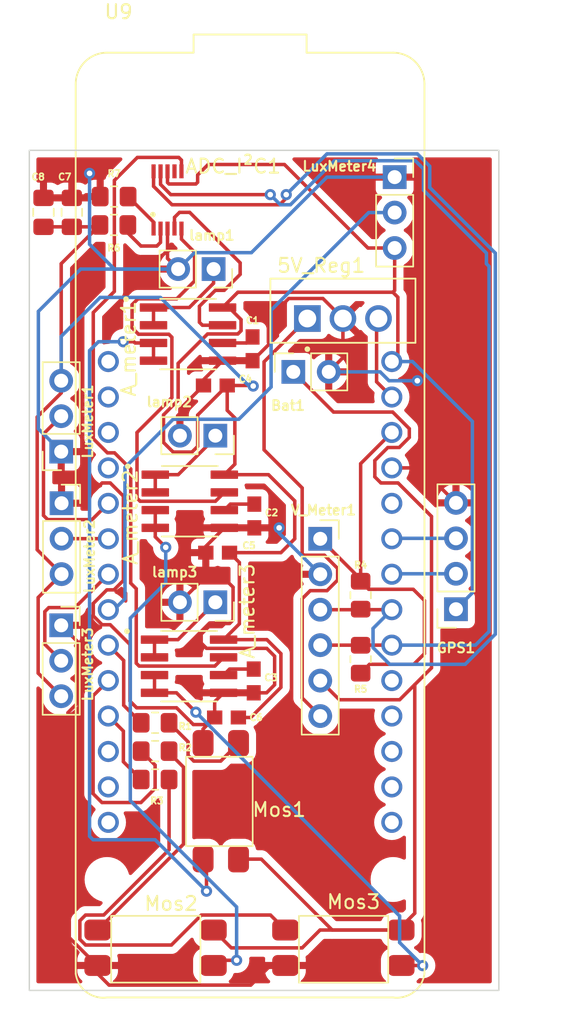
<source format=kicad_pcb>
(kicad_pcb (version 20211014) (generator pcbnew)
  (title_block (title "POAB_Baseplate") (date "2023-05-16") (rev "2.0") (comment 2 "Quinten Moons & Kevin Lahey"))
  (layers (0 "F.Cu" signal) (31 "B.Cu" signal) (34 "B.Paste" user) (35 "F.Paste" user) (36 "B.SilkS" user "B.Silkscreen") (37 "F.SilkS" user "F.Silkscreen") (38 "B.Mask" user) (39 "F.Mask" user) (44 "Edge.Cuts" user))
  (net 0 "")
  (net 1 "GND")
  (net 2 "+5V")
  (net 3 "VCC")
  (net 4 "/Lichtmeting1")
  (net 5 "/Lichtmeting2")
  (net 6 "/Lichtmeting3")
  (net 7 "/Lichtmeting4")
  (net 8 "/stroommeter1_uit")
  (net 9 "/stroommeter2_uit")
  (net 10 "/stroommeter3_uit")
  (net 11 "/SCL")
  (net 12 "/SDA")
  (net 13 "/mosfet1")
  (net 14 "Net-(R1-Pad2)")
  (net 15 "/mosfet2")
  (net 16 "Net-(R2-Pad2)")
  (net 17 "/mosfet3")
  (net 18 "Net-(R3-Pad2)")
  (net 19 "+3.3V")
  (net 20 "/stroommeter1_in")
  (net 21 "/stroommeter2_in")
  (net 22 "/stroommeter3_in")
  (net 23 "/stroom1")
  (net 24 "/stroom2")
  (net 25 "/stroom3")
  (net 35 "/RX")
  (net 36 "/TX")
  (net 38 "/regelaar_in")
  (net 39 "/5V_bord")
  (net 40 "Net-(R6-Pad1)")
  (net 41 "Net-(R7-Pad2)")
  (net 45 "Net-(A_meter1-Pad6)")
  (net 46 "Net-(A_meter2-Pad6)")
  (net 47 "Net-(A_meter3-Pad6)")
  (footprint "Connector_PinSocket_2.54mm:PinSocket_1x02_P2.54mm_Vertical" (layer "F.Cu") (at 88.392 66.675 -90)
    (fp_text reference "lamp1")
    (fp_text value "lamp1")
  )
  (footprint "Resistor_SMD:R_0805_2012Metric_Pad1.20x1.40mm_HandSolder" (layer "F.Cu") (at 81.2474 63.513 180)
    (fp_text reference "R6")
    (fp_text value "R")
  )
  (footprint "Resistor_SMD:R_0805_2012Metric_Pad1.20x1.40mm_HandSolder" (layer "F.Cu") (at 98.933 90.043 90)
    (fp_text reference "R4")
    (fp_text value "R")
  )
  (footprint "Connector_PinSocket_2.54mm:PinSocket_1x03_P2.54mm_Vertical" (layer "F.Cu") (at 77.47 79.756 180)
    (fp_text reference "LuxMeter1")
    (fp_text value "lichtmeter1")
  )
  (footprint "Connector_PinSocket_2.54mm:PinSocket_1x06_P2.54mm_Vertical" (layer "F.Cu") (at 96.037 86.004)
    (fp_text reference "V_Meter1")
    (fp_text value "spannigsmeter")
  )
  (footprint "Capacitor_SMD:C_0805_2012Metric_Pad1.18x1.45mm_HandSolder" (layer "F.Cu") (at 76.2 62.611 90)
    (fp_text reference "C8")
    (fp_text value "C")
  )
  (footprint "Connector_PinSocket_2.54mm:PinSocket_1x03_P2.54mm_Vertical" (layer "F.Cu") (at 101.371 60.086)
    (fp_text reference "LuxMeter4")
    (fp_text value "lichtmeter4")
  )
  (footprint "CC0603KRX7R9BB102:CAPC1608X90" (layer "F.Cu") (at 88.685 86.9956)
    (fp_text reference "C5")
    (fp_text value "CC0603KRX7R9BB102")
  )
  (footprint "CC0603KRX7R9BB102:CAPC1608X90" (layer "F.Cu") (at 89.32 98.806)
    (fp_text reference "C6")
    (fp_text value "CC0603KRX7R9BB102")
  )
  (footprint "PoAB_Foots2:AQY211EHAZ" (layer "F.Cu") (at 91.449 99.386 -90)
    (fp_text reference "Mos1")
    (fp_text value "AQY211EHAZ")
  )
  (footprint "ACS712ELCTR-05B-T:SOIC127P600X175-8N" (layer "F.Cu") (at 86.634 95.133)
    (fp_text reference "A_meter3")
    (fp_text value "ACS712ELCTR-05B-T")
  )
  (footprint "PoAB_Foots2:AQY211EHAZ" (layer "F.Cu") (at 92.274 112.767)
    (fp_text reference "Mos3")
    (fp_text value "AQY211EHAZ")
  )
  (footprint "Resistor_SMD:R_0805_2012Metric_Pad1.20x1.40mm_HandSolder" (layer "F.Cu") (at 98.933 94.631 -90)
    (fp_text reference "R5")
    (fp_text value "R")
  )
  (footprint "Resistor_SMD:R_0805_2012Metric_Pad1.20x1.40mm_HandSolder" (layer "F.Cu") (at 84.201 99.187)
    (fp_text reference "R1")
    (fp_text value "R")
  )
  (footprint "L7805CV:TO255P1040X460X1968-3" (layer "F.Cu") (at 95.113 70.218)
    (fp_text reference "5V_Reg1")
    (fp_text value "L7805CV")
  )
  (footprint "ADS1115:MSOP10" (layer "F.Cu") (at 85.09 61.722)
    (fp_text reference "ADC_I²C1")
    (fp_text value "ADS1115")
  )
  (footprint "Connector_PinSocket_2.54mm:PinSocket_1x02_P2.54mm_Vertical" (layer "F.Cu") (at 88.519 90.551 -90)
    (fp_text reference "lamp3")
    (fp_text value "lamp3")
  )
  (footprint "Connector_PinSocket_2.54mm:PinSocket_1x03_P2.54mm_Vertical" (layer "F.Cu") (at 77.495 83.454)
    (fp_text reference "LuxMeter2")
    (fp_text value "lichtmeter2")
  )
  (footprint "Resistor_SMD:R_0805_2012Metric_Pad1.20x1.40mm_HandSolder" (layer "F.Cu") (at 84.201 103.251)
    (fp_text reference "R3")
    (fp_text value "R")
  )
  (footprint "Resistor_SMD:R_0805_2012Metric_Pad1.20x1.40mm_HandSolder" (layer "F.Cu") (at 81.2634 61.481)
    (fp_text reference "R7")
    (fp_text value "R")
  )
  (footprint "PoAB_Foots2:AQY211EHAZ" (layer "F.Cu") (at 78.812 112.767)
    (fp_text reference "Mos2")
    (fp_text value "AQY211EHAZ")
  )
  (footprint "Connector_PinSocket_2.54mm:PinSocket_1x03_P2.54mm_Vertical" (layer "F.Cu") (at 77.47 92.202)
    (fp_text reference "LuxMeter3")
    (fp_text value "lichtmeter3")
  )
  (footprint "CC0603KRX7R9BB102:CAPC1608X90" (layer "F.Cu") (at 91.186 72.39 -90)
    (fp_text reference "C1")
    (fp_text value "CC0603KRX7R9BB102")
  )
  (footprint "ACS712ELCTR-05B-T:SOIC127P600X175-8N" (layer "F.Cu") (at 86.561 71.335)
    (fp_text reference "A_meter1")
    (fp_text value "ACS712ELCTR-05B-T")
  )
  (footprint "Connector_PinSocket_2.54mm:PinSocket_1x04_P2.54mm_Vertical" (layer "F.Cu") (at 105.766 91.049 180)
    (fp_text reference "GPS1")
    (fp_text value "GPS")
  )
  (footprint "ACS712ELCTR-05B-T:SOIC127P600X175-8N" (layer "F.Cu") (at 86.688 83.3126)
    (fp_text reference "A_meter2")
    (fp_text value "ACS712ELCTR-05B-T")
  )
  (footprint "CC0603KRX7R9BB102:CAPC1608X90" (layer "F.Cu") (at 91.268 96.188 -90)
    (fp_text reference "C3")
    (fp_text value "CC0603KRX7R9BB102")
  )
  (footprint "Connector_PinSocket_2.54mm:PinSocket_1x02_P2.54mm_Vertical" (layer "F.Cu") (at 94.107 74.041 90)
    (fp_text reference "Bat1")
    (fp_text value "battertij")
  )
  (footprint "Connector_PinSocket_2.54mm:PinSocket_1x02_P2.54mm_Vertical" (layer "F.Cu") (at 88.519 78.613 -90)
    (fp_text reference "lamp2")
    (fp_text value "lamp2")
  )
  (footprint "Resistor_SMD:R_0805_2012Metric_Pad1.20x1.40mm_HandSolder" (layer "F.Cu") (at 84.201 101.219)
    (fp_text reference "R2")
    (fp_text value "R")
  )
  (footprint "CC0603KRX7R9BB102:CAPC1608X90" (layer "F.Cu") (at 91.313 84.3676 -90)
    (fp_text reference "C2")
    (fp_text value "CC0603KRX7R9BB102")
  )
  (footprint "Capacitor_SMD:C_0805_2012Metric_Pad1.18x1.45mm_HandSolder" (layer "F.Cu") (at 78.232 62.611 90)
    (fp_text reference "C7")
    (fp_text value "C")
  )
  (footprint "ARDUINO_MKR_WAN_1310:BOARD_ARDUINO_MKR_WAN_1310" (layer "F.Cu") (at 91.0076 85.0176)
    (fp_text reference "U9")
    (fp_text value "ARDUINO_MKR_WAN_1310")
  )
  (footprint "CC0603KRX7R9BB102:CAPC1608X90" (layer "F.Cu") (at 88.519 75.018)
    (fp_text reference "C4")
    (fp_text value "CC0603KRX7R9BB102")
  )
  (gr_rect (start 108.839 58.166) (end 75.184 118.364) (layer "Edge.Cuts") (width 0.1) (fill none))
  (segment (start 91.186 73.24) (end 92.964 71.462) (width 0.25) (layer "F.Cu") (net 1))
  (segment (start 87.731051 100.783) (end 87.131 100.783) (width 0.25) (layer "F.Cu") (net 1))
  (segment (start 80.400663 92.1614) (end 80.9854 92.1614) (width 0.25) (layer "F.Cu") (net 1))
  (segment (start 85.09 65.913) (end 85.852 66.675) (width 0.25) (layer "F.Cu") (net 1))
  (segment (start 87.751 100.163) (end 87.131 100.783) (width 0.25) (layer "F.Cu") (net 1))
  (segment (start 86.941173 99.314) (end 87.962 99.314) (width 0.25) (layer "F.Cu") (net 1))
  (segment (start 91.059 117.983) (end 80.899 117.983) (width 0.25) (layer "F.Cu") (net 1))
  (segment (start 80.9854 92.1614) (end 82.399 93.575) (width 0.25) (layer "F.Cu") (net 1))
  (segment (start 92.200604 93.853) (end 87.884 93.853) (width 0.25) (layer "F.Cu") (net 1))
  (segment (start 87.503 92.837) (end 88.265 92.075) (width 0.25) (layer "F.Cu") (net 1))
  (segment (start 87.669 75.018) (end 87.669 74.607) (width 0.25) (layer "F.Cu") (net 1))
  (segment (start 101.1676 80.9224) (end 103.2594 80.9224) (width 0.25) (layer "F.Cu") (net 1))
  (segment (start 93.544 116.577) (end 92.465 116.577) (width 0.25) (layer "F.Cu") (net 1))
  (segment (start 85.09 63.772) (end 85.09 65.913) (width 0.25) (layer "F.Cu") (net 1))
  (segment (start 85.740173 98.113) (end 86.941173 99.314) (width 0.25) (layer "F.Cu") (net 1))
  (segment (start 97.663 73.025) (end 97.663 70.218) (width 0.25) (layer "F.Cu") (net 1))
  (segment (start 87.835 86.9956) (end 87.835 86.5456) (width 0.25) (layer "F.Cu") (net 1))
  (segment (start 82.399 97.634412) (end 82.877588 98.113) (width 0.25) (layer "F.Cu") (net 1))
  (segment (start 85.979 76.708) (end 85.979 78.613) (width 0.25) (layer "F.Cu") (net 1))
  (segment (start 87.639 99.637) (end 87.962 99.314) (width 0.25) (layer "F.Cu") (net 1))
  (segment (start 88.47 98.806) (end 88.47 97.677) (width 0.25) (layer "F.Cu") (net 1))
  (segment (start 88.265 92.075) (end 89.535 92.075) (width 0.25) (layer "F.Cu") (net 1))
  (segment (start 80.400663 82.0014) (end 80.9854 82.0014) (width 0.25) (layer "F.Cu") (net 1))
  (segment (start 80.400663 82.0014) (end 78.948063 83.454) (width 0.25) (layer "F.Cu") (net 1))
  (segment (start 80.045655 116.577) (end 77.956701 114.488046) (width 0.25) (layer "F.Cu") (net 1))
  (segment (start 78.645 93.377) (end 77.47 92.202) (width 0.25) (layer "F.Cu") (net 1))
  (segment (start 82.877588 98.113) (end 85.740173 98.113) (width 0.25) (layer "F.Cu") (net 1))
  (segment (start 92.768 94.420396) (end 92.200604 93.853) (width 0.25) (layer "F.Cu") (net 1))
  (segment (start 89.789 89.471) (end 89.472 89.154) (width 0.25) (layer "F.Cu") (net 1))
  (segment (start 78.948063 83.454) (end 77.495 83.454) (width 0.25) (layer "F.Cu") (net 1))
  (segment (start 78.645 97.768701) (end 78.645 93.377) (width 0.25) (layer "F.Cu") (net 1))
  (segment (start 80.082 116.577) (end 80.045655 116.577) (width 0.25) (layer "F.Cu") (net 1))
  (segment (start 88.47 97.677) (end 89.109 97.038) (width 0.25) (layer "F.Cu") (net 1))
  (segment (start 87.962 99.314) (end 88.47 98.806) (width 0.25) (layer "F.Cu") (net 1))
  (segment (start 87.835 86.5456) (end 89.163 85.2176) (width 0.25) (layer "F.Cu") (net 1))
  (segment (start 103.2594 80.9224) (end 105.766 83.429) (width 0.25) (layer "F.Cu") (net 1))
  (segment (start 92.964 69.596) (end 93.775281 68.784719) (width 0.25) (layer "F.Cu") (net 1))
  (segment (start 92.768 96.460604) (end 92.768 94.420396) (width 0.25) (layer "F.Cu") (net 1))
  (segment (start 92.190604 97.038) (end 92.768 96.460604) (width 0.25) (layer "F.Cu") (net 1))
  (segment (start 91.268 97.038) (end 92.190604 97.038) (width 0.25) (layer "F.Cu") (net 1))
  (segment (start 81.253937 89.662) (end 80.742063 89.662) (width 0.25) (layer "F.Cu") (net 1))
  (segment (start 89.789 91.821) (end 89.789 89.471) (width 0.25) (layer "F.Cu") (net 1))
  (segment (start 79.7686 91.529337) (end 80.400663 92.1614) (width 0.25) (layer "F.Cu") (net 1))
  (segment (start 87.884 93.853) (end 87.503 93.472) (width 0.25) (layer "F.Cu") (net 1))
  (segment (start 82.399 93.575) (end 82.399 97.634412) (width 0.25) (layer "F.Cu") (net 1))
  (segment (start 87.639 100.656) (end 87.639 99.637) (width 0.25) (layer "F.Cu") (net 1))
  (segment (start 77.956701 98.457) (end 78.645 97.768701) (width 0.25) (layer "F.Cu") (net 1))
  (segment (start 87.376 89.154) (end 85.979 90.551) (width 0.25) (layer "F.Cu") (net 1))
  (segment (start 79.095937 92.202) (end 79.7686 91.529337) (width 0.25) (layer "F.Cu") (net 1))
  (segment (start 80.742063 89.662) (end 79.7686 90.635463) (width 0.25) (layer "F.Cu") (net 1))
  (segment (start 81.9266 88.989337) (end 81.253937 89.662) (width 0.25) (layer "F.Cu") (net 1))
  (segment (start 91.186 73.24) (end 91.186 73.29) (width 0.25) (layer "F.Cu") (net 1))
  (segment (start 92.964 71.462) (end 92.964 69.596) (width 0.25) (layer "F.Cu") (net 1))
  (segment (start 89.472 89.154) (end 87.376 89.154) (width 0.25) (layer "F.Cu") (net 1))
  (segment (start 81.9266 82.9426) (end 81.9266 88.989337) (width 0.25) (layer "F.Cu") (net 1))
  (segment (start 93.775281 68.784719) (end 96.229719 68.784719) (width 0.25) (layer "F.Cu") (net 1))
  (segment (start 92.465 116.577) (end 91.059 117.983) (width 0.25) (layer "F.Cu") (net 1))
  (segment (start 91.268 97.038) (end 89.109 97.038) (width 0.25) (layer "F.Cu") (net 1))
  (segment (start 96.229719 68.784719) (end 97.663 70.218) (width 0.25) (layer "F.Cu") (net 1))
  (segment (start 80.082 117.166) (end 80.082 116.577) (width 0.25) (layer "F.Cu") (net 1))
  (segment (start 77.956701 114.488046) (end 77.956701 98.457) (width 0.25) (layer "F.Cu") (net 1))
  (segment (start 80.899 117.983) (end 80.082 117.166) (width 0.25) (layer "F.Cu") (net 1))
  (segment (start 79.7686 90.635463) (end 79.7686 91.529337) (width 0.25) (layer "F.Cu") (net 1))
  (segment (start 87.669 75.018) (end 85.979 76.708) (width 0.25) (layer "F.Cu") (net 1))
  (segment (start 87.669 74.607) (end 89.036 73.24) (width 0.25) (layer "F.Cu") (net 1))
  (segment (start 77.47 92.202) (end 79.095937 92.202) (width 0.25) (layer "F.Cu") (net 1))
  (segment (start 96.647 74.041) (end 97.663 73.025) (width 0.25) (layer "F.Cu") (net 1))
  (segment (start 89.535 92.075) (end 89.789 91.821) (width 0.25) (layer "F.Cu") (net 1))
  (segment (start 87.503 93.472) (end 87.503 92.837) (width 0.25) (layer "F.Cu") (net 1))
  (segment (start 80.9854 82.0014) (end 81.9266 82.9426) (width 0.25) (layer "F.Cu") (net 1))
  (via (at 79.502 59.817) (size 0.8) (drill 0.4) (layers "F.Cu" "B.Cu") (net 1))
  (via (at 93.091 85.217) (size 0.8) (drill 0.4) (layers "F.Cu" "B.Cu") (net 1))
  (via (at 102.997 74.676) (size 0.8) (drill 0.4) (layers "F.Cu" "B.Cu") (net 1))
  (segment (start 75.833557 69.708443) (end 78.867 66.675) (width 0.25) (layer "B.Cu") (net 1))
  (segment (start 101.371 60.086) (end 96.515701 60.086) (width 0.25) (layer "B.Cu") (net 1))
  (segment (start 93.091 85.598) (end 96.037 88.544) (width 0.25) (layer "B.Cu") (net 1))
  (segment (start 100.965 74.676) (end 100.33 74.041) (width 0.25) (layer "B.Cu") (net 1))
  (segment (start 91.101701 65.5) (end 87.027 65.5) (width 0.25) (layer "B.Cu") (net 1))
  (segment (start 75.833557 78.119557) (end 75.833557 69.708443) (width 0.25) (layer "B.Cu") (net 1))
  (segment (start 102.997 74.676) (end 100.965 74.676) (width 0.25) (layer "B.Cu") (net 1))
  (segment (start 77.47 79.756) (end 75.833557 78.119557) (width 0.25) (layer "B.Cu") (net 1))
  (segment (start 96.515701 60.086) (end 91.101701 65.5) (width 0.25) (layer "B.Cu") (net 1))
  (segment (start 79.502 59.817) (end 79.502 64.897) (width 0.25) (layer "B.Cu") (net 1))
  (segment (start 87.027 65.5) (end 85.852 66.675) (width 0.25) (layer "B.Cu") (net 1))
  (segment (start 81.28 66.675) (end 85.852 66.675) (width 0.25) (layer "B.Cu") (net 1))
  (segment (start 100.33 74.041) (end 96.647 74.041) (width 0.25) (layer "B.Cu") (net 1))
  (segment (start 79.502 64.897) (end 81.28 66.675) (width 0.25) (layer "B.Cu") (net 1))
  (segment (start 93.091 85.217) (end 93.091 85.598) (width 0.25) (layer "B.Cu") (net 1))
  (segment (start 78.867 66.675) (end 85.852 66.675) (width 0.25) (layer "B.Cu") (net 1))
  (segment (start 100.076 70.355) (end 100.213 70.218) (width 0.25) (layer "F.Cu") (net 2))
  (segment (start 101.1676 75.8424) (end 100.076 74.7508) (width 0.25) (layer "F.Cu") (net 2))
  (segment (start 100.076 74.7508) (end 100.076 70.355) (width 0.25) (layer "F.Cu") (net 2))
  (segment (start 102.42 78.74) (end 102.42 78.108863) (width 0.25) (layer "F.Cu") (net 3))
  (segment (start 101.844 114.037) (end 96.892 114.037) (width 0.25) (layer "F.Cu") (net 3))
  (segment (start 104.013 84.399863) (end 101.614537 82.0014) (width 0.25) (layer "F.Cu") (net 3))
  (segment (start 101.232537 76.9214) (end 96.9874 76.9214) (width 0.25) (layer "F.Cu") (net 3))
  (segment (start 96.9874 76.9214) (end 94.107 74.041) (width 0.25) (layer "F.Cu") (net 3))
  (segment (start 99.949 80.391) (end 100.8786 79.4614) (width 0.25) (layer "F.Cu") (net 3))
  (segment (start 104.013 95.25) (end 104.013 84.399863) (width 0.25) (layer "F.Cu") (net 3))
  (segment (start 89.661 115.316) (end 88.382 114.037) (width 0.25) (layer "F.Cu") (net 3))
  (segment (start 101.6986 79.4614) (end 102.42 78.74) (width 0.25) (layer "F.Cu") (net 3))
  (segment (start 96.037 96.164) (end 97.409 97.536) (width 0.25) (layer "F.Cu") (net 3))
  (segment (start 102.812 112.834) (end 101.844 113.802) (width 0.25) (layer "F.Cu") (net 3))
  (segment (start 97.409 97.536) (end 101.727 97.536) (width 0.25) (layer "F.Cu") (net 3))
  (segment (start 94.742 115.316) (end 89.661 115.316) (width 0.25) (layer "F.Cu") (net 3))
  (segment (start 102.812 96.451) (end 104.013 95.25) (width 0.25) (layer "F.Cu") (net 3))
  (segment (start 102.42 78.108863) (end 101.232537 76.9214) (width 0.25) (layer "F.Cu") (net 3))
  (segment (start 101.614537 82.0014) (end 100.386999 82.0014) (width 0.25) (layer "F.Cu") (net 3))
  (segment (start 101.844 114.037) (end 96.021 114.037) (width 0.25) (layer "F.Cu") (net 3))
  (segment (start 91.811 108.956) (end 90.179 108.956) (width 0.25) (layer "F.Cu") (net 3))
  (segment (start 96.021 114.037) (end 94.742 115.316) (width 0.25) (layer "F.Cu") (net 3))
  (segment (start 101.727 97.536) (end 102.812 96.451) (width 0.25) (layer "F.Cu") (net 3))
  (segment (start 96.892 114.037) (end 91.811 108.956) (width 0.25) (layer "F.Cu") (net 3))
  (segment (start 100.386999 82.0014) (end 99.949 81.563401) (width 0.25) (layer "F.Cu") (net 3))
  (segment (start 99.949 81.563401) (end 99.949 80.391) (width 0.25) (layer "F.Cu") (net 3))
  (segment (start 100.8786 79.4614) (end 101.6986 79.4614) (width 0.25) (layer "F.Cu") (net 3))
  (segment (start 101.844 113.802) (end 101.844 114.037) (width 0.25) (layer "F.Cu") (net 3))
  (segment (start 102.812 96.451) (end 102.812 112.834) (width 0.25) (layer "F.Cu") (net 3))
  (segment (start 80.8476 83.4624) (end 79.681 84.629) (width 0.25) (layer "F.Cu") (net 4))
  (segment (start 79.681 84.629) (end 76.501 84.629) (width 0.25) (layer "F.Cu") (net 4))
  (segment (start 76.2 84.328) (end 76.2 78.486) (width 0.25) (layer "F.Cu") (net 4))
  (segment (start 76.2 78.486) (end 77.47 77.216) (width 0.25) (layer "F.Cu") (net 4))
  (segment (start 76.501 84.629) (end 76.2 84.328) (width 0.25) (layer "F.Cu") (net 4))
  (segment (start 77.495 85.994) (end 80.8392 85.994) (width 0.25) (layer "F.Cu") (net 5))
  (segment (start 80.8392 85.994) (end 80.8476 86.0024) (width 0.25) (layer "F.Cu") (net 5))
  (segment (start 76.295 91.218) (end 76.581 90.932) (width 0.25) (layer "F.Cu") (net 6))
  (segment (start 76.581 90.932) (end 78.613 90.932) (width 0.25) (layer "F.Cu") (net 6))
  (segment (start 78.613 90.777) (end 80.8476 88.5424) (width 0.25) (layer "F.Cu") (net 6))
  (segment (start 76.295 93.567) (end 76.295 91.218) (width 0.25) (layer "F.Cu") (net 6))
  (segment (start 77.47 94.742) (end 76.295 93.567) (width 0.25) (layer "F.Cu") (net 6))
  (segment (start 78.613 90.932) (end 78.613 90.777) (width 0.25) (layer "F.Cu") (net 6))
  (segment (start 80.8476 91.0824) (end 81.0026 91.0824) (width 0.25) (layer "F.Cu") (net 7))
  (segment (start 81.2566 91.0824) (end 82.042 90.297) (width 0.25) (layer "B.Cu") (net 7))
  (segment (start 90.202 77.438) (end 92.514 75.126) (width 0.25) (layer "B.Cu") (net 7))
  (segment (start 92.514 75.126) (end 92.514 69.620604) (width 0.25) (layer "B.Cu") (net 7))
  (segment (start 80.8476 91.0824) (end 81.2566 91.0824) (width 0.25) (layer "B.Cu") (net 7))
  (segment (start 82.042 80.888299) (end 85.492299 77.438) (width 0.25) (layer "B.Cu") (net 7))
  (segment (start 92.514 69.620604) (end 99.508604 62.626) (width 0.25) (layer "B.Cu") (net 7))
  (segment (start 99.508604 62.626) (end 101.371 62.626) (width 0.25) (layer "B.Cu") (net 7))
  (segment (start 85.492299 77.438) (end 90.202 77.438) (width 0.25) (layer "B.Cu") (net 7))
  (segment (start 82.042 90.297) (end 82.042 80.888299) (width 0.25) (layer "B.Cu") (net 7))
  (segment (start 88.392 67.691) (end 88.392 66.675) (width 0.25) (layer "F.Cu") (net 8))
  (segment (start 86.653 69.43) (end 86.926 69.157) (width 0.25) (layer "F.Cu") (net 8))
  (segment (start 88.334 67.749) (end 88.392 67.691) (width 0.25) (layer "F.Cu") (net 8))
  (segment (start 86.926 69.157) (end 86.926 69.155604) (width 0.25) (layer "F.Cu") (net 8))
  (segment (start 84.086 70.7) (end 84.086 69.43) (width 0.25) (layer "F.Cu") (net 8))
  (segment (start 86.926 69.155604) (end 88.332604 67.749) (width 0.25) (layer "F.Cu") (net 8))
  (segment (start 88.332604 67.749) (end 88.334 67.749) (width 0.25) (layer "F.Cu") (net 8))
  (segment (start 84.086 69.43) (end 86.653 69.43) (width 0.25) (layer "F.Cu") (net 8))
  (segment (start 88.519 78.747397) (end 88.519 78.613) (width 0.25) (layer "F.Cu") (net 9))
  (segment (start 84.213 81.4076) (end 84.213 82.6776) (width 0.25) (layer "F.Cu") (net 9))
  (segment (start 85.858797 81.4076) (end 88.519 78.747397) (width 0.25) (layer "F.Cu") (net 9))
  (segment (start 84.213 81.4076) (end 85.858797 81.4076) (width 0.25) (layer "F.Cu") (net 9))
  (segment (start 84.159 93.228) (end 85.842 93.228) (width 0.25) (layer "F.Cu") (net 10))
  (segment (start 85.842 93.228) (end 88.519 90.551) (width 0.25) (layer "F.Cu") (net 10))
  (segment (start 84.159 93.228) (end 84.159 94.498) (width 0.25) (layer "F.Cu") (net 10))
  (segment (start 93.599 61.595) (end 93.599 61.341) (width 0.25) (layer "F.Cu") (net 11))
  (segment (start 96.037 91.084) (end 98.892 91.084) (width 0.25) (layer "F.Cu") (net 11))
  (segment (start 93.128 62.066) (end 93.599 61.595) (width 0.25) (layer "F.Cu") (net 11))
  (segment (start 84.09 59.672) (end 84.09 60.744792) (width 0.25) (layer "F.Cu") (net 11))
  (segment (start 98.9724 91.0824) (end 98.933 91.043) (width 0.25) (layer "F.Cu") (net 11))
  (segment (start 101.1676 91.0824) (end 98.9724 91.0824) (width 0.25) (layer "F.Cu") (net 11))
  (segment (start 84.09 60.744792) (end 85.411208 62.066) (width 0.25) (layer "F.Cu") (net 11))
  (segment (start 85.411208 62.066) (end 93.128 62.066) (width 0.25) (layer "F.Cu") (net 11))
  (segment (start 98.892 91.084) (end 98.933 91.043) (width 0.25) (layer "F.Cu") (net 11))
  (via (at 93.599 61.341) (size 0.8) (drill 0.4) (layers "F.Cu" "B.Cu") (net 11))
  (segment (start 103.886 59.309) (end 103.886 60.833) (width 0.25) (layer "B.Cu") (net 11))
  (segment (start 99.822 92.428) (end 101.1676 91.0824) (width 0.25) (layer "B.Cu") (net 11))
  (segment (start 96.52 58.42) (end 102.997 58.42) (width 0.25) (layer "B.Cu") (net 11))
  (segment (start 103.886 60.833) (end 108.585 65.532) (width 0.25) (layer "B.Cu") (net 11))
  (segment (start 99.822 93.802737) (end 99.822 92.428) (width 0.25) (layer "B.Cu") (net 11))
  (segment (start 106.426 94.996) (end 101.015263 94.996) (width 0.25) (layer "B.Cu") (net 11))
  (segment (start 102.997 58.42) (end 103.886 59.309) (width 0.25) (layer "B.Cu") (net 11))
  (segment (start 108.585 65.532) (end 108.585 92.837) (width 0.25) (layer "B.Cu") (net 11))
  (segment (start 108.585 92.837) (end 106.426 94.996) (width 0.25) (layer "B.Cu") (net 11))
  (segment (start 93.599 61.341) (end 96.52 58.42) (width 0.25) (layer "B.Cu") (net 11))
  (segment (start 101.015263 94.996) (end 99.822 93.802737) (width 0.25) (layer "B.Cu") (net 11))
  (segment (start 84.59 59.672) (end 84.59 60.608396) (width 0.25) (layer "F.Cu") (net 12))
  (segment (start 85.322604 61.341) (end 92.456 61.341) (width 0.25) (layer "F.Cu") (net 12))
  (segment (start 98.933 93.631) (end 98.926 93.624) (width 0.25) (layer "F.Cu") (net 12))
  (segment (start 101.1676 93.6224) (end 98.9416 93.6224) (width 0.25) (layer "F.Cu") (net 12))
  (segment (start 84.59 60.608396) (end 85.322604 61.341) (width 0.25) (layer "F.Cu") (net 12))
  (segment (start 98.9416 93.6224) (end 98.933 93.631) (width 0.25) (layer "F.Cu") (net 12))
  (segment (start 98.926 93.624) (end 96.037 93.624) (width 0.25) (layer "F.Cu") (net 12))
  (via (at 92.456 61.341) (size 0.8) (drill 0.4) (layers "F.Cu" "B.Cu") (net 12))
  (segment (start 93.899305 62.066) (end 97.054305 58.911) (width 0.25) (layer "B.Cu") (net 12))
  (segment (start 93.181 62.066) (end 93.899305 62.066) (width 0.25) (layer "B.Cu") (net 12))
  (segment (start 102.851604 58.911) (end 103.436 59.495396) (width 0.25) (layer "B.Cu") (net 12))
  (segment (start 97.054305 58.911) (end 102.851604 58.911) (width 0.25) (layer "B.Cu") (net 12))
  (segment (start 108.135 66.479) (end 108.135 92.650604) (width 0.25) (layer "B.Cu") (net 12))
  (segment (start 107.163204 93.6224) (end 101.1676 93.6224) (width 0.25) (layer "B.Cu") (net 12))
  (segment (start 107.95 65.533396) (end 107.95 66.294) (width 0.25) (layer "B.Cu") (net 12))
  (segment (start 108.135 92.650604) (end 107.163204 93.6224) (width 0.25) (layer "B.Cu") (net 12))
  (segment (start 107.95 66.294) (end 108.135 66.479) (width 0.25) (layer "B.Cu") (net 12))
  (segment (start 107.95 66.04) (end 107.95 66.294) (width 0.25) (layer "B.Cu") (net 12))
  (segment (start 92.456 61.341) (end 93.181 62.066) (width 0.25) (layer "B.Cu") (net 12))
  (segment (start 103.436 61.019396) (end 107.95 65.533396) (width 0.25) (layer "B.Cu") (net 12))
  (segment (start 103.436 59.495396) (end 103.436 61.019396) (width 0.25) (layer "B.Cu") (net 12))
  (segment (start 81.949 97.935) (end 81.949 94.7238) (width 0.25) (layer "F.Cu") (net 13))
  (segment (start 83.201 99.187) (end 81.949 97.935) (width 0.25) (layer "F.Cu") (net 13))
  (segment (start 81.949 94.7238) (end 80.8476 93.6224) (width 0.25) (layer "F.Cu") (net 13))
  (segment (start 90.179 100.656) (end 88.904 101.931) (width 0.25) (layer "F.Cu") (net 14))
  (segment (start 86.974051 101.931) (end 86.564 101.520949) (width 0.25) (layer "F.Cu") (net 14))
  (segment (start 86.564 100.55) (end 85.201 99.187) (width 0.25) (layer "F.Cu") (net 14))
  (segment (start 88.904 101.931) (end 86.974051 101.931) (width 0.25) (layer "F.Cu") (net 14))
  (segment (start 86.564 101.520949) (end 86.564 100.55) (width 0.25) (layer "F.Cu") (net 14))
  (segment (start 84.201 103.886) (end 83.185 104.902) (width 0.25) (layer "F.Cu") (net 15))
  (segment (start 84.201 102.219) (end 84.201 103.886) (width 0.25) (layer "F.Cu") (net 15))
  (segment (start 83.185 104.902) (end 80.391 104.902) (width 0.25) (layer "F.Cu") (net 15))
  (segment (start 83.201 101.219) (end 84.201 102.219) (width 0.25) (layer "F.Cu") (net 15))
  (segment (start 80.391 104.902) (end 79.756 104.267) (width 0.25) (layer "F.Cu") (net 15))
  (segment (start 79.756 104.267) (end 79.756 97.254) (width 0.25) (layer "F.Cu") (net 15))
  (segment (start 79.756 97.254) (end 80.8476 96.1624) (width 0.25) (layer "F.Cu") (net 15))
  (segment (start 85.201 101.33) (end 86.233 102.362) (width 0.25) (layer "F.Cu") (net 16))
  (segment (start 86.233 107.886) (end 80.082 114.037) (width 0.25) (layer "F.Cu") (net 16))
  (segment (start 85.201 101.219) (end 85.201 101.33) (width 0.25) (layer "F.Cu") (net 16))
  (segment (start 86.233 102.362) (end 86.233 107.886) (width 0.25) (layer "F.Cu") (net 16))
  (segment (start 81.9266 101.9766) (end 81.9266 99.7814) (width 0.25) (layer "F.Cu") (net 17))
  (segment (start 81.9266 99.7814) (end 80.8476 98.7024) (width 0.25) (layer "F.Cu") (net 17))
  (segment (start 83.201 103.251) (end 81.9266 101.9766) (width 0.25) (layer "F.Cu") (net 17))
  (segment (start 79.217051 112.962) (end 78.807 113.372051) (width 0.25) (layer "F.Cu") (net 18))
  (segment (start 85.201 103.251) (end 85.201 108.281604) (width 0.25) (layer "F.Cu") (net 18))
  (segment (start 79.217051 115.112) (end 85.367051 115.112) (width 0.25) (layer "F.Cu") (net 18))
  (segment (start 78.807 113.372051) (end 78.807 114.701949) (width 0.25) (layer "F.Cu") (net 18))
  (segment (start 92.469 112.962) (end 93.544 114.037) (width 0.25) (layer "F.Cu") (net 18))
  (segment (start 87.517051 112.962) (end 92.469 112.962) (width 0.25) (layer "F.Cu") (net 18))
  (segment (start 85.201 108.281604) (end 80.520604 112.962) (width 0.25) (layer "F.Cu") (net 18))
  (segment (start 78.807 114.701949) (end 79.217051 115.112) (width 0.25) (layer "F.Cu") (net 18))
  (segment (start 85.367051 115.112) (end 87.517051 112.962) (width 0.25) (layer "F.Cu") (net 18))
  (segment (start 80.520604 112.962) (end 79.217051 112.962) (width 0.25) (layer "F.Cu") (net 18))
  (segment (start 102.7024 89.6214) (end 99.5114 89.6214) (width 0.25) (layer "F.Cu") (net 19))
  (segment (start 102.743 94.996) (end 103.505 94.234) (width 0.25) (layer "F.Cu") (net 19))
  (segment (start 98.933 88.9) (end 98.933 89.043) (width 0.25) (layer "F.Cu") (net 19))
  (segment (start 98.933 80.617) (end 101.1676 78.3824) (width 0.25) (layer "F.Cu") (net 19))
  (segment (start 99.5114 89.6214) (end 98.933 89.043) (width 0.25) (layer "F.Cu") (net 19))
  (segment (start 103.505 94.234) (end 103.505 90.424) (width 0.25) (layer "F.Cu") (net 19))
  (segment (start 99.568 94.996) (end 102.743 94.996) (width 0.25) (layer "F.Cu") (net 19))
  (segment (start 98.933 89.043) (end 98.933 80.617) (width 0.25) (layer "F.Cu") (net 19))
  (segment (start 103.505 90.424) (end 102.7024 89.6214) (width 0.25) (layer "F.Cu") (net 19))
  (segment (start 96.037 86.004) (end 98.933 88.9) (width 0.25) (layer "F.Cu") (net 19))
  (segment (start 98.933 95.631) (end 99.568 94.996) (width 0.25) (layer "F.Cu") (net 19))
  (segment (start 84.086 71.97) (end 84.086 73.24) (width 0.25) (layer "F.Cu") (net 20))
  (segment (start 82.765 71.97) (end 84.086 71.97) (width 0.25) (layer "F.Cu") (net 20))
  (segment (start 87.884 111.252) (end 87.884 109.201) (width 0.25) (layer "F.Cu") (net 20))
  (segment (start 82.677 71.882) (end 82.765 71.97) (width 0.25) (layer "F.Cu") (net 20))
  (segment (start 81.915 71.882) (end 82.677 71.882) (width 0.25) (layer "F.Cu") (net 20))
  (segment (start 87.884 109.201) (end 87.639 108.956) (width 0.25) (layer "F.Cu") (net 20))
  (via (at 81.915 71.882) (size 0.8) (drill 0.4) (layers "F.Cu" "B.Cu") (net 20))
  (via (at 87.884 111.252) (size 0.8) (drill 0.4) (layers "F.Cu" "B.Cu") (net 20))
  (segment (start 81.915 71.882) (end 80.137 71.882) (width 0.25) (layer "B.Cu") (net 20))
  (segment (start 84.201 107.569) (end 87.884 111.252) (width 0.25) (layer "B.Cu") (net 20))
  (segment (start 79.756 107.569) (end 84.201 107.569) (width 0.25) (layer "B.Cu") (net 20))
  (segment (start 79.502 107.315) (end 79.756 107.569) (width 0.25) (layer "B.Cu") (net 20))
  (segment (start 80.137 71.882) (end 79.502 72.517) (width 0.25) (layer "B.Cu") (net 20))
  (segment (start 79.502 72.517) (end 79.502 107.315) (width 0.25) (layer "B.Cu") (net 20))
  (segment (start 84.213 85.864) (end 84.963 86.614) (width 0.25) (layer "F.Cu") (net 21))
  (segment (start 90.043 116.205) (end 88.754 116.205) (width 0.25) (layer "F.Cu") (net 21))
  (segment (start 84.213 85.2176) (end 84.213 85.864) (width 0.25) (layer "F.Cu") (net 21))
  (segment (start 88.754 116.205) (end 88.382 116.577) (width 0.25) (layer "F.Cu") (net 21))
  (segment (start 84.213 83.9476) (end 84.213 85.2176) (width 0.25) (layer "F.Cu") (net 21))
  (via (at 84.963 86.614) (size 0.8) (drill 0.4) (layers "F.Cu" "B.Cu") (net 21))
  (via (at 90.043 116.205) (size 0.8) (drill 0.4) (layers "F.Cu" "B.Cu") (net 21))
  (segment (start 82.423 104.765695) (end 82.423 91.694) (width 0.25) (layer "B.Cu") (net 21))
  (segment (start 90.043 112.385695) (end 82.423 104.765695) (width 0.25) (layer "B.Cu") (net 21))
  (segment (start 84.963 89.154) (end 84.963 86.614) (width 0.25) (layer "B.Cu") (net 21))
  (segment (start 82.423 91.694) (end 84.963 89.154) (width 0.25) (layer "B.Cu") (net 21))
  (segment (start 90.043 116.205) (end 90.043 112.385695) (width 0.25) (layer "B.Cu") (net 21))
  (segment (start 103.378 116.586) (end 103.369 116.577) (width 0.25) (layer "F.Cu") (net 22))
  (segment (start 85.735 97.038) (end 84.159 97.038) (width 0.25) (layer "F.Cu") (net 22))
  (segment (start 103.369 116.577) (end 101.844 116.577) (width 0.25) (layer "F.Cu") (net 22))
  (segment (start 84.159 95.768) (end 84.159 97.038) (width 0.25) (layer "F.Cu") (net 22))
  (segment (start 87.122 98.425) (end 85.735 97.038) (width 0.25) (layer "F.Cu") (net 22))
  (via (at 87.122 98.425) (size 0.8) (drill 0.4) (layers "F.Cu" "B.Cu") (net 22))
  (via (at 103.378 116.586) (size 0.8) (drill 0.4) (layers "F.Cu" "B.Cu") (net 22))
  (segment (start 101.727 113.03) (end 87.122 98.425) (width 0.25) (layer "B.Cu") (net 22))
  (segment (start 103.378 116.586) (end 101.727 114.935) (width 0.25) (layer "B.Cu") (net 22))
  (segment (start 101.727 114.935) (end 101.727 113.03) (width 0.25) (layer "B.Cu") (net 22))
  (segment (start 89.036 70.7) (end 87.591 70.7) (width 0.25) (layer "F.Cu") (net 23))
  (segment (start 86.678 62.611) (end 85.951 62.611) (width 0.25) (layer "F.Cu") (net 23))
  (segment (start 90.297 67.056) (end 90.297 66.23) (width 0.25) (layer "F.Cu") (net 23))
  (segment (start 87.591 70.7) (end 87.376 70.485) (width 0.25) (layer "F.Cu") (net 23))
  (segment (start 89.154 68.199) (end 90.297 67.056) (width 0.25) (layer "F.Cu") (net 23))
  (segment (start 85.951 62.611) (end 85.59 62.972) (width 0.25) (layer "F.Cu") (net 23))
  (segment (start 88.519 68.199) (end 89.154 68.199) (width 0.25) (layer "F.Cu") (net 23))
  (segment (start 90.297 66.23) (end 86.678 62.611) (width 0.25) (layer "F.Cu") (net 23))
  (segment (start 85.59 62.972) (end 85.59 63.772) (width 0.25) (layer "F.Cu") (net 23))
  (segment (start 87.376 70.485) (end 87.376 69.342) (width 0.25) (layer "F.Cu") (net 23))
  (segment (start 87.376 69.342) (end 88.519 68.199) (width 0.25) (layer "F.Cu") (net 23))
  (segment (start 82.55 70.884016) (end 83.010984 71.345) (width 0.25) (layer "F.Cu") (net 24))
  (segment (start 82.974 68.805) (end 82.55 69.229) (width 0.25) (layer "F.Cu") (net 24))
  (segment (start 85.188 71.345) (end 85.402 71.559) (width 0.25) (layer "F.Cu") (net 24))
  (segment (start 87.027 65.469) (end 87.027 67.532) (width 0.25) (layer "F.Cu") (net 24))
  (segment (start 85.402 75.886604) (end 82.903 78.385604) (width 0.25) (layer "F.Cu") (net 24))
  (segment (start 82.55 69.229) (end 82.55 70.884016) (width 0.25) (layer "F.Cu") (net 24))
  (segment (start 86.09 64.532) (end 87.027 65.469) (width 0.25) (layer "F.Cu") (net 24))
  (segment (start 86.09 63.772) (end 86.09 64.532) (width 0.25) (layer "F.Cu") (net 24))
  (segment (start 85.402 71.559) (end 85.402 75.886604) (width 0.25) (layer "F.Cu") (net 24))
  (segment (start 82.903 83.087616) (end 83.127384 83.312) (width 0.25) (layer "F.Cu") (net 24))
  (segment (start 85.754 68.805) (end 82.974 68.805) (width 0.25) (layer "F.Cu") (net 24))
  (segment (start 83.010984 71.345) (end 85.188 71.345) (width 0.25) (layer "F.Cu") (net 24))
  (segment (start 83.127384 83.312) (end 88.5286 83.312) (width 0.25) (layer "F.Cu") (net 24))
  (segment (start 87.027 67.532) (end 85.754 68.805) (width 0.25) (layer "F.Cu") (net 24))
  (segment (start 88.5286 83.312) (end 89.163 82.6776) (width 0.25) (layer "F.Cu") (net 24))
  (segment (start 82.903 78.385604) (end 82.903 83.087616) (width 0.25) (layer "F.Cu") (net 24))
  (segment (start 82.931 58.674) (end 81.28 60.325) (width 0.25) (layer "F.Cu") (net 25))
  (segment (start 82.849 94.914) (end 83.058 95.123) (width 0.25) (layer "F.Cu") (net 25))
  (segment (start 86.09 58.872) (end 85.892 58.674) (width 0.25) (layer "F.Cu") (net 25))
  (segment (start 83.058 95.123) (end 88.484 95.123) (width 0.25) (layer "F.Cu") (net 25))
  (segment (start 81.28 60.325) (end 81.28 68.279195) (width 0.25) (layer "F.Cu") (net 25))
  (segment (start 80.782663 79.8434) (end 81.294537 79.8434) (width 0.25) (layer "F.Cu") (net 25))
  (segment (start 81.28 68.279195) (end 79.7686 69.790595) (width 0.25) (layer "F.Cu") (net 25))
  (segment (start 86.09 59.672) (end 86.09 58.872) (width 0.25) (layer "F.Cu") (net 25))
  (segment (start 82.453 89.184) (end 82.849 89.58) (width 0.25) (layer "F.Cu") (net 25))
  (segment (start 79.7686 69.790595) (end 79.7686 78.829337) (width 0.25) (layer "F.Cu") (net 25))
  (segment (start 88.484 95.123) (end 89.109 94.498) (width 0.25) (layer "F.Cu") (net 25))
  (segment (start 81.294537 79.8434) (end 82.453 81.001863) (width 0.25) (layer "F.Cu") (net 25))
  (segment (start 82.849 89.58) (end 82.849 94.914) (width 0.25) (layer "F.Cu") (net 25))
  (segment (start 79.7686 78.829337) (end 80.782663 79.8434) (width 0.25) (layer "F.Cu") (net 25))
  (segment (start 82.453 81.001863) (end 82.453 89.184) (width 0.25) (layer "F.Cu") (net 25))
  (segment (start 85.892 58.674) (end 82.931 58.674) (width 0.25) (layer "F.Cu") (net 25))
  (segment (start 105.766 88.509) (end 101.201 88.509) (width 0.25) (layer "B.Cu") (net 35))
  (segment (start 101.201 88.509) (end 101.1676 88.5424) (width 0.25) (layer "B.Cu") (net 35))
  (segment (start 105.766 85.969) (end 101.201 85.969) (width 0.25) (layer "B.Cu") (net 36))
  (segment (start 101.201 85.969) (end 101.1676 86.0024) (width 0.25) (layer "B.Cu") (net 36))
  (segment (start 96.333701 87.179) (end 94.862 87.179) (width 0.25) (layer "F.Cu") (net 38))
  (segment (start 94.742 82.359) (end 92.011 79.628) (width 0.25) (layer "F.Cu") (net 38))
  (segment (start 96.523701 89.719) (end 97.282 88.960701) (width 0.25) (layer "F.Cu") (net 38))
  (segment (start 97.282 88.960701) (end 97.282 88.127299) (width 0.25) (layer "F.Cu") (net 38))
  (segment (start 92.011 79.628) (end 92.011 73.32) (width 0.25) (layer "F.Cu") (net 38))
  (segment (start 95.718802 98.385802) (end 94.742 97.409) (width 0.25) (layer "F.Cu") (net 38))
  (segment (start 92.011 73.32) (end 95.113 70.218) (width 0.25) (layer "F.Cu") (net 38))
  (segment (start 94.742 97.409) (end 94.742 90.297) (width 0.25) (layer "F.Cu") (net 38))
  (segment (start 94.862 87.179) (end 94.742 87.059) (width 0.25) (layer "F.Cu") (net 38))
  (segment (start 95.32 89.719) (end 96.523701 89.719) (width 0.25) (layer "F.Cu") (net 38))
  (segment (start 94.742 87.059) (end 94.742 82.359) (width 0.25) (layer "F.Cu") (net 38))
  (segment (start 94.742 90.297) (end 95.32 89.719) (width 0.25) (layer "F.Cu") (net 38))
  (segment (start 97.282 88.127299) (end 96.333701 87.179) (width 0.25) (layer "F.Cu") (net 38))
  (segment (start 84.804 77.121) (end 84.804 79.099701) (width 0.25) (layer "F.Cu") (net 39))
  (segment (start 94.209 83.287) (end 92.3296 81.4076) (width 0.25) (layer "F.Cu") (net 39))
  (segment (start 93.2174 86.9956) (end 94.209 86.004) (width 0.25) (layer "F.Cu") (net 39))
  (segment (start 89.496 69.43) (end 90.361 70.295) (width 0.25) (layer "F.Cu") (net 39))
  (segment (start 94.209 86.004) (end 94.209 83.287) (width 0.25) (layer "F.Cu") (net 39))
  (segment (start 90.361 70.295) (end 90.361 71.095016) (width 0.25) (layer "F.Cu") (net 39))
  (segment (start 93.218 94.234) (end 92.212 93.228) (width 0.25) (layer "F.Cu") (net 39))
  (segment (start 75.819 95.631) (end 75.819 90.21) (width 0.25) (layer "F.Cu") (net 39))
  (segment (start 85.09 60.472) (end 85.197 60.579) (width 0.25) (layer "F.Cu") (net 39))
  (segment (start 78.232 63.6485) (end 80.1119 63.6485) (width 0.25) (layer "F.Cu") (net 39))
  (segment (start 85.09 59.672) (end 85.09 60.472) (width 0.25) (layer "F.Cu") (net 39))
  (segment (start 77.47 97.282) (end 75.819 95.631) (width 0.25) (layer "F.Cu") (net 39))
  (segment (start 91.192951 75.018) (end 89.369 75.018) (width 0.25) (layer "F.Cu") (net 39))
  (segment (start 85.852 73.433984) (end 85.852 76.073) (width 0.25) (layer "F.Cu") (net 39))
  (segment (start 90.131281 68.334719) (end 101.243001 68.334719) (width 0.25) (layer "F.Cu") (net 39))
  (segment (start 89.916 80.6546) (end 89.916 77.343) (width 0.25) (layer "F.Cu") (net 39))
  (segment (start 85.492299 79.788) (end 86.842001 79.788) (width 0.25) (layer "F.Cu") (net 39))
  (segment (start 89.916 77.343) (end 89.369 76.796) (width 0.25) (layer "F.Cu") (net 39))
  (segment (start 91.44 98.425) (end 93.218 96.647) (width 0.25) (layer "F.Cu") (net 39))
  (segment (start 101.243001 68.334719) (end 101.6 68.691718) (width 0.25) (layer "F.Cu") (net 39))
  (segment (start 101.6 72.87) (end 101.1676 73.3024) (width 0.25) (layer "F.Cu") (net 39))
  (segment (start 87.122 60.579) (end 87.249 60.452) (width 0.25) (layer "F.Cu") (net 39))
  (segment (start 101.371 65.166) (end 101.371 68.20672) (width 0.25) (layer "F.Cu") (net 39))
  (segment (start 90.239 87.6996) (end 89.535 86.9956) (width 0.25) (layer "F.Cu") (net 39))
  (segment (start 75.75 86.789) (end 77.495 88.534) (width 0.25) (layer "F.Cu") (net 39))
  (segment (start 87.249 59.934695) (end 88.001695 59.182) (width 0.25) (layer "F.Cu") (net 39))
  (segment (start 91.049 98.816) (end 91.44 98.425) (width 0.25) (layer "F.Cu") (net 39))
  (segment (start 89.369 76.796) (end 89.369 75.018) (width 0.25) (layer "F.Cu") (net 39))
  (segment (start 76.2 63.6485) (end 78.232 63.6485) (width 0.25) (layer "F.Cu") (net 39))
  (segment (start 90.131016 71.325) (end 87.960984 71.325) (width 0.25) (layer "F.Cu") (net 39))
  (segment (start 85.197 60.579) (end 87.122 60.579) (width 0.25) (layer "F.Cu") (net 39))
  (segment (start 91.231951 75.057) (end 91.192951 75.018) (width 0.25) (layer "F.Cu") (net 39))
  (segment (start 89.036 69.43) (end 89.496 69.43) (width 0.25) (layer "F.Cu") (net 39))
  (segment (start 92.212 93.228) (end 89.109 93.228) (width 0.25) (layer "F.Cu") (net 39))
  (segment (start 89.163 81.4076) (end 89.916 80.6546) (width 0.25) (layer "F.Cu") (net 39))
  (segment (start 101.6 68.691718) (end 101.6 72.87) (width 0.25) (layer "F.Cu") (net 39))
  (segment (start 75.75 77.274299) (end 75.75 86.789) (width 0.25) (layer "F.Cu") (net 39))
  (segment (start 90.17 98.806) (end 91.039 98.806) (width 0.25) (layer "F.Cu") (net 39))
  (segment (start 77.47 66.2904) (end 80.2474 63.513) (width 0.25) (layer "F.Cu") (net 39))
  (segment (start 77.47 74.676) (end 77.47 75.554299) (width 0.25) (layer "F.Cu") (net 39))
  (segment (start 89.109 93.228) (end 90.239 92.098) (width 0.25) (layer "F.Cu") (net 39))
  (segment (start 90.361 71.095016) (end 90.131016 71.325) (width 0.25) (layer "F.Cu") (net 39))
  (segment (start 77.47 75.554299) (end 75.75 77.274299) (width 0.25) (layer "F.Cu") (net 39))
  (segment (start 89.535 86.9956) (end 93.2174 86.9956) (width 0.25) (layer "F.Cu") (net 39))
  (segment (start 87.960984 71.325) (end 85.852 73.433984) (width 0.25) (layer "F.Cu") (net 39))
  (segment (start 75.819 90.21) (end 77.495 88.534) (width 0.25) (layer "F.Cu") (net 39))
  (segment (start 93.218 96.647) (end 93.218 94.234) (width 0.25) (layer "F.Cu") (net 39))
  (segment (start 77.47 74.676) (end 77.47 66.2904) (width 0.25) (layer "F.Cu") (net 39))
  (segment (start 87.249 60.452) (end 87.249 59.934695) (width 0.25) (layer "F.Cu") (net 39))
  (segment (start 90.239 92.098) (end 90.239 87.6996) (width 0.25) (layer "F.Cu") (net 39))
  (segment (start 80.1119 63.6485) (end 80.2474 63.513) (width 0.25) (layer "F.Cu") (net 39))
  (segment (start 86.842001 79.788) (end 87.249 79.381001) (width 0.25) (layer "F.Cu") (net 39))
  (segment (start 88.001695 59.182) (end 93.472 59.182) (width 0.25) (layer "F.Cu") (net 39))
  (segment (start 85.852 76.073) (end 84.804 77.121) (width 0.25) (layer "F.Cu") (net 39))
  (segment (start 87.249 79.381001) (end 87.249 77.138) (width 0.25) (layer "F.Cu") (net 39))
  (segment (start 92.3296 81.4076) (end 89.163 81.4076) (width 0.25) (layer "F.Cu") (net 39))
  (segment (start 87.249 77.138) (end 89.369 75.018) (width 0.25) (layer "F.Cu") (net 39))
  (segment (start 101.371 68.20672) (end 101.243001 68.334719) (width 0.25) (layer "F.Cu") (net 39))
  (segment (start 89.036 69.43) (end 90.131281 68.334719) (width 0.25) (layer "F.Cu") (net 39))
  (segment (start 99.456 65.166) (end 101.371 65.166) (width 0.25) (layer "F.Cu") (net 39))
  (segment (start 84.804 79.099701) (end 85.492299 79.788) (width 0.25) (layer "F.Cu") (net 39))
  (segment (start 93.472 59.182) (end 99.456 65.166) (width 0.25) (layer "F.Cu") (net 39))
  (segment (start 91.039 98.806) (end 91.049 98.816) (width 0.25) (layer "F.Cu") (net 39))
  (via (at 91.231951 75.057) (size 0.8) (drill 0.4) (layers "F.Cu" "B.Cu") (net 39))
  (segment (start 106.941 77.594695) (end 102.648705 73.3024) (width 0.25) (layer "B.Cu") (net 39))
  (segment (start 106.941 89.874) (end 106.941 77.594695) (width 0.25) (layer "B.Cu") (net 39))
  (segment (start 105.766 91.049) (end 106.941 89.874) (width 0.25) (layer "B.Cu") (net 39))
  (segment (start 84.582 68.707) (end 80.264 68.707) (width 0.25) (layer "B.Cu") (net 39))
  (segment (start 80.264 68.707) (end 77.47 71.501) (width 0.25) (layer "B.Cu") (net 39))
  (segment (start 77.47 71.501) (end 77.47 74.676) (width 0.25) (layer "B.Cu") (net 39))
  (segment (start 91.231951 75.057) (end 90.932 75.057) (width 0.25) (layer "B.Cu") (net 39))
  (segment (start 102.648705 73.3024) (end 101.1676 73.3024) (width 0.25) (layer "B.Cu") (net 39))
  (segment (start 90.932 75.057) (end 84.582 68.707) (width 0.25) (layer "B.Cu") (net 39))
  (segment (start 83.185 65.024) (end 84.328 65.024) (width 0.25) (layer "F.Cu") (net 40))
  (segment (start 82.2474 63.513) (end 82.2474 64.0864) (width 0.25) (layer "F.Cu") (net 40))
  (segment (start 84.328 65.024) (end 84.59 64.762) (width 0.25) (layer "F.Cu") (net 40))
  (segment (start 82.2474 64.0864) (end 83.185 65.024) (width 0.25) (layer "F.Cu") (net 40))
  (segment (start 84.59 64.762) (end 84.59 63.772) (width 0.25) (layer "F.Cu") (net 40))
  (segment (start 84.09 63.3076) (end 84.09 63.772) (width 0.25) (layer "F.Cu") (net 41))
  (segment (start 82.2634 61.481) (end 84.09 63.3076) (width 0.25) (layer "F.Cu") (net 41))
  (segment (start 90.756 71.97) (end 91.186 71.54) (width 0.25) (layer "F.Cu") (net 45))
  (segment (start 89.036 71.97) (end 90.756 71.97) (width 0.25) (layer "F.Cu") (net 45))
  (segment (start 91.313 83.5176) (end 89.593 83.5176) (width 0.25) (layer "F.Cu") (net 46))
  (segment (start 89.593 83.5176) (end 89.163 83.9476) (width 0.25) (layer "F.Cu") (net 46))
  (segment (start 91.268 95.338) (end 89.539 95.338) (width 0.25) (layer "F.Cu") (net 47))
  (segment (start 89.539 95.338) (end 89.109 95.768) (width 0.25) (layer "F.Cu") (net 47))
  (zone (net 1) (net_name "GND") (layer "F.Cu") (connect_pads (clearance 0.508)) (min_thickness 0.254) (fill yes (thermal_gap 0.508) (thermal_bridge_width 0.508))
    (polygon (pts (xy 108.712 118.237) (xy 75.311 118.237) (xy 75.311 58.293) (xy 108.712 58.293)))
  )
)
</source>
